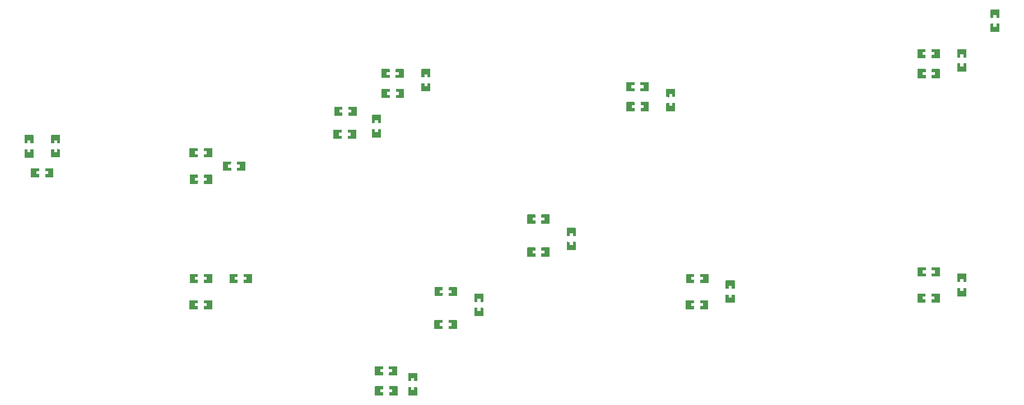
<source format=gbp>
G04 Layer: BottomPasteMaskLayer*
G04 EasyEDA v6.5.38, 2023-12-05 17:42:35*
G04 681b97978217455484aa44bc4d5c6028,9f3f2715377c499da2f37e4e16011465,10*
G04 Gerber Generator version 0.2*
G04 Scale: 100 percent, Rotated: No, Reflected: No *
G04 Dimensions in millimeters *
G04 leading zeros omitted , absolute positions ,4 integer and 5 decimal *
%FSLAX45Y45*%
%MOMM*%

%ADD10C,0.0001*%

%LPD*%
G36*
X3424986Y9957968D02*
G01*
X3424986Y9912959D01*
X3379978Y9912959D01*
X3379978Y9957003D01*
X3338017Y9957460D01*
X3332987Y9952482D01*
X3332987Y9837470D01*
X3338017Y9832492D01*
X3465982Y9832492D01*
X3471011Y9837470D01*
X3471011Y9952482D01*
X3465982Y9957460D01*
G37*
G36*
X3338017Y10172496D02*
G01*
X3332987Y10167467D01*
X3332987Y10052456D01*
X3338017Y10047478D01*
X3379978Y10047478D01*
X3379978Y10091978D01*
X3424986Y10091978D01*
X3424986Y10047986D01*
X3465982Y10047478D01*
X3471011Y10052456D01*
X3471011Y10167467D01*
X3465982Y10172496D01*
G37*
G36*
X5647486Y9970973D02*
G01*
X5642508Y9965994D01*
X5642000Y9924999D01*
X5687009Y9924999D01*
X5687009Y9879990D01*
X5642965Y9879990D01*
X5642508Y9837978D01*
X5647486Y9833000D01*
X5762498Y9833000D01*
X5767476Y9837978D01*
X5767476Y9965994D01*
X5762498Y9970973D01*
G37*
G36*
X5432501Y9970973D02*
G01*
X5427472Y9965994D01*
X5427472Y9837978D01*
X5432501Y9833000D01*
X5547512Y9833000D01*
X5552490Y9837978D01*
X5552490Y9879990D01*
X5507990Y9879990D01*
X5507990Y9924999D01*
X5551982Y9924999D01*
X5552490Y9965994D01*
X5547512Y9970973D01*
G37*
G36*
X5647486Y7671003D02*
G01*
X5642508Y7665974D01*
X5642000Y7624978D01*
X5687009Y7624978D01*
X5687009Y7579969D01*
X5642965Y7579969D01*
X5642508Y7538008D01*
X5647486Y7532979D01*
X5762498Y7532979D01*
X5767476Y7538008D01*
X5767476Y7665974D01*
X5762498Y7671003D01*
G37*
G36*
X5432501Y7671003D02*
G01*
X5427472Y7665974D01*
X5427472Y7538008D01*
X5432501Y7532979D01*
X5547512Y7532979D01*
X5552490Y7538008D01*
X5552490Y7579969D01*
X5507990Y7579969D01*
X5507990Y7624978D01*
X5551982Y7624978D01*
X5552490Y7665974D01*
X5547512Y7671003D01*
G37*
G36*
X7834122Y10599877D02*
G01*
X7829143Y10594848D01*
X7828635Y10553852D01*
X7873644Y10553852D01*
X7873644Y10508843D01*
X7829600Y10508843D01*
X7829143Y10466882D01*
X7834122Y10461853D01*
X7949133Y10461853D01*
X7954111Y10466882D01*
X7954111Y10594848D01*
X7949133Y10599877D01*
G37*
G36*
X7619136Y10599877D02*
G01*
X7614107Y10594848D01*
X7614107Y10466882D01*
X7619136Y10461853D01*
X7734147Y10461853D01*
X7739125Y10466882D01*
X7739125Y10508843D01*
X7694625Y10508843D01*
X7694625Y10553852D01*
X7738618Y10553852D01*
X7739125Y10594848D01*
X7734147Y10599877D01*
G37*
G36*
X11133988Y8767470D02*
G01*
X11128959Y8762492D01*
X11128959Y8647480D01*
X11133988Y8642502D01*
X11174984Y8641994D01*
X11174984Y8687003D01*
X11219992Y8687003D01*
X11219992Y8642959D01*
X11261953Y8642502D01*
X11266982Y8647480D01*
X11266982Y8762492D01*
X11261953Y8767470D01*
G37*
G36*
X11133988Y8552484D02*
G01*
X11128959Y8547506D01*
X11128959Y8432495D01*
X11133988Y8427466D01*
X11261953Y8427466D01*
X11266982Y8432495D01*
X11266982Y8547506D01*
X11261953Y8552484D01*
X11219992Y8552484D01*
X11219992Y8507984D01*
X11174984Y8507984D01*
X11174984Y8551976D01*
G37*
G36*
X8547506Y11170970D02*
G01*
X8542477Y11165992D01*
X8541969Y11124996D01*
X8586978Y11124996D01*
X8586978Y11079988D01*
X8542985Y11079988D01*
X8542477Y11037976D01*
X8547506Y11032998D01*
X8662466Y11032998D01*
X8667496Y11037976D01*
X8667496Y11165992D01*
X8662466Y11170970D01*
G37*
G36*
X8332470Y11170970D02*
G01*
X8327491Y11165992D01*
X8327491Y11037976D01*
X8332470Y11032998D01*
X8447481Y11032998D01*
X8452459Y11037976D01*
X8452459Y11079988D01*
X8408009Y11079988D01*
X8408009Y11124996D01*
X8452002Y11124996D01*
X8452459Y11165992D01*
X8447481Y11170970D01*
G37*
G36*
X3249980Y9668967D02*
G01*
X3245002Y9663988D01*
X3244494Y9622993D01*
X3289503Y9622993D01*
X3289503Y9577984D01*
X3245510Y9577984D01*
X3245002Y9535972D01*
X3249980Y9530994D01*
X3364992Y9530994D01*
X3369970Y9535972D01*
X3369970Y9663988D01*
X3364992Y9668967D01*
G37*
G36*
X3034995Y9668967D02*
G01*
X3030016Y9663988D01*
X3030016Y9535972D01*
X3034995Y9530994D01*
X3150006Y9530994D01*
X3154984Y9535972D01*
X3154984Y9577984D01*
X3110484Y9577984D01*
X3110484Y9622993D01*
X3154476Y9622993D01*
X3154984Y9663988D01*
X3150006Y9668967D01*
G37*
G36*
X6150000Y9768992D02*
G01*
X6144971Y9763963D01*
X6144463Y9722967D01*
X6189472Y9722967D01*
X6189472Y9677958D01*
X6145479Y9677958D01*
X6144971Y9635998D01*
X6150000Y9630968D01*
X6265011Y9630968D01*
X6269990Y9635998D01*
X6269990Y9763963D01*
X6265011Y9768992D01*
G37*
G36*
X5935014Y9768992D02*
G01*
X5929985Y9763963D01*
X5929985Y9635998D01*
X5935014Y9630968D01*
X6049975Y9630968D01*
X6055004Y9635998D01*
X6055004Y9677958D01*
X6010503Y9677958D01*
X6010503Y9722967D01*
X6054496Y9722967D01*
X6055004Y9763963D01*
X6049975Y9768992D01*
G37*
G36*
X6249974Y8068970D02*
G01*
X6244996Y8063992D01*
X6244488Y8022996D01*
X6289497Y8022996D01*
X6289497Y7977987D01*
X6245504Y7977987D01*
X6244996Y7935975D01*
X6249974Y7930997D01*
X6364986Y7930997D01*
X6370015Y7935975D01*
X6370015Y8063992D01*
X6364986Y8068970D01*
G37*
G36*
X6034989Y8068970D02*
G01*
X6030010Y8063992D01*
X6030010Y7935975D01*
X6034989Y7930997D01*
X6150000Y7930997D01*
X6154978Y7935975D01*
X6154978Y7977987D01*
X6110478Y7977987D01*
X6110478Y8022996D01*
X6154470Y8022996D01*
X6154978Y8063992D01*
X6150000Y8068970D01*
G37*
G36*
X8188756Y10475163D02*
G01*
X8183778Y10470134D01*
X8183778Y10355173D01*
X8188756Y10350144D01*
X8229752Y10349636D01*
X8229752Y10394645D01*
X8274761Y10394645D01*
X8274761Y10350652D01*
X8316772Y10350144D01*
X8321751Y10355173D01*
X8321751Y10470134D01*
X8316772Y10475163D01*
G37*
G36*
X8188756Y10260177D02*
G01*
X8183778Y10255148D01*
X8183778Y10140137D01*
X8188756Y10135158D01*
X8316772Y10135158D01*
X8321751Y10140137D01*
X8321751Y10255148D01*
X8316772Y10260177D01*
X8274761Y10260126D01*
X8274761Y10215626D01*
X8229752Y10215626D01*
X8229752Y10259669D01*
G37*
G36*
X10749991Y8968994D02*
G01*
X10744962Y8963964D01*
X10744454Y8922969D01*
X10789462Y8922969D01*
X10789462Y8877960D01*
X10745470Y8877960D01*
X10744962Y8835999D01*
X10749991Y8830970D01*
X10865002Y8830970D01*
X10869980Y8835999D01*
X10869980Y8963964D01*
X10865002Y8968994D01*
G37*
G36*
X10534954Y8968994D02*
G01*
X10529976Y8963964D01*
X10529976Y8835999D01*
X10534954Y8830970D01*
X10649966Y8830970D01*
X10654995Y8835999D01*
X10654995Y8877960D01*
X10610494Y8877960D01*
X10610494Y8922969D01*
X10654487Y8922969D01*
X10654995Y8963964D01*
X10649966Y8968994D01*
G37*
G36*
X8935974Y11169954D02*
G01*
X8930995Y11164976D01*
X8930995Y11049965D01*
X8935974Y11044986D01*
X8976969Y11044478D01*
X8976969Y11089487D01*
X9021978Y11089487D01*
X9021978Y11045494D01*
X9063990Y11044986D01*
X9068968Y11049965D01*
X9068968Y11164976D01*
X9063990Y11169954D01*
G37*
G36*
X8935974Y10954969D02*
G01*
X8930995Y10949990D01*
X8930995Y10834979D01*
X8935974Y10830001D01*
X9063990Y10830001D01*
X9068968Y10834979D01*
X9068968Y10949990D01*
X9063990Y10954969D01*
X9021978Y10954969D01*
X9021978Y10910468D01*
X8976969Y10910468D01*
X8976969Y10954461D01*
G37*
G36*
X9347454Y7370978D02*
G01*
X9342475Y7365949D01*
X9341967Y7324953D01*
X9386976Y7324953D01*
X9386976Y7279944D01*
X9342932Y7279944D01*
X9342475Y7237984D01*
X9347454Y7232954D01*
X9462465Y7232954D01*
X9467443Y7237984D01*
X9467443Y7365949D01*
X9462465Y7370978D01*
G37*
G36*
X9132468Y7370978D02*
G01*
X9127439Y7365949D01*
X9127439Y7237984D01*
X9132468Y7232954D01*
X9247479Y7232954D01*
X9252458Y7237984D01*
X9252458Y7279944D01*
X9207957Y7279944D01*
X9207957Y7324953D01*
X9251950Y7324953D01*
X9252458Y7365949D01*
X9247479Y7370978D01*
G37*
G36*
X12247372Y10970920D02*
G01*
X12242393Y10965891D01*
X12241885Y10924895D01*
X12286894Y10924895D01*
X12286894Y10879886D01*
X12242850Y10879886D01*
X12242393Y10837926D01*
X12247372Y10832896D01*
X12362383Y10832896D01*
X12367361Y10837926D01*
X12367361Y10965891D01*
X12362383Y10970920D01*
G37*
G36*
X12032386Y10970920D02*
G01*
X12027357Y10965891D01*
X12027357Y10837926D01*
X12032386Y10832896D01*
X12147397Y10832896D01*
X12152376Y10837926D01*
X12152376Y10879886D01*
X12107875Y10879886D01*
X12107875Y10924895D01*
X12151868Y10924895D01*
X12152376Y10965891D01*
X12147397Y10970920D01*
G37*
G36*
X13147548Y7670952D02*
G01*
X13142569Y7665923D01*
X13142061Y7624927D01*
X13187070Y7624927D01*
X13187070Y7579918D01*
X13143026Y7579918D01*
X13142569Y7537958D01*
X13147548Y7532928D01*
X13262559Y7532928D01*
X13267537Y7537958D01*
X13267537Y7665923D01*
X13262559Y7670952D01*
G37*
G36*
X12932562Y7670952D02*
G01*
X12927533Y7665923D01*
X12927533Y7537958D01*
X12932562Y7532928D01*
X13047573Y7532928D01*
X13052552Y7537958D01*
X13052552Y7579918D01*
X13008051Y7579918D01*
X13008051Y7624927D01*
X13052044Y7624927D01*
X13052552Y7665923D01*
X13047573Y7670952D01*
G37*
G36*
X16647413Y11471046D02*
G01*
X16642435Y11466017D01*
X16641927Y11425021D01*
X16686936Y11425021D01*
X16686936Y11380012D01*
X16642892Y11380012D01*
X16642435Y11338052D01*
X16647413Y11333022D01*
X16762425Y11333022D01*
X16767403Y11338052D01*
X16767403Y11466017D01*
X16762425Y11471046D01*
G37*
G36*
X16432428Y11471046D02*
G01*
X16427399Y11466017D01*
X16427399Y11338052D01*
X16432428Y11333022D01*
X16547439Y11333022D01*
X16552418Y11338052D01*
X16552418Y11380012D01*
X16507917Y11380012D01*
X16507917Y11425021D01*
X16551910Y11425021D01*
X16552418Y11466017D01*
X16547439Y11471046D01*
G37*
G36*
X16647413Y7771028D02*
G01*
X16642435Y7765999D01*
X16641927Y7725003D01*
X16686936Y7725003D01*
X16686936Y7679994D01*
X16642892Y7679994D01*
X16642435Y7638034D01*
X16647413Y7633004D01*
X16762425Y7633004D01*
X16767403Y7638034D01*
X16767403Y7765999D01*
X16762425Y7771028D01*
G37*
G36*
X16432428Y7771028D02*
G01*
X16427399Y7765999D01*
X16427399Y7638034D01*
X16432428Y7633004D01*
X16547439Y7633004D01*
X16552418Y7638034D01*
X16552418Y7679994D01*
X16507917Y7679994D01*
X16507917Y7725003D01*
X16551910Y7725003D01*
X16552418Y7765999D01*
X16547439Y7771028D01*
G37*
G36*
X8447532Y6670954D02*
G01*
X8442553Y6665925D01*
X8442045Y6624929D01*
X8487054Y6624929D01*
X8487054Y6579920D01*
X8443010Y6579920D01*
X8442553Y6537959D01*
X8447532Y6532930D01*
X8562543Y6532930D01*
X8567521Y6537959D01*
X8567521Y6665925D01*
X8562543Y6670954D01*
G37*
G36*
X8232546Y6670954D02*
G01*
X8227517Y6665925D01*
X8227517Y6537959D01*
X8232546Y6532930D01*
X8347557Y6532930D01*
X8352536Y6537959D01*
X8352536Y6579920D01*
X8308035Y6579920D01*
X8308035Y6624929D01*
X8352028Y6624929D01*
X8352536Y6665925D01*
X8347557Y6670954D01*
G37*
G36*
X9823094Y7555433D02*
G01*
X9823094Y7510424D01*
X9778085Y7510424D01*
X9778085Y7554417D01*
X9736074Y7554925D01*
X9731095Y7549946D01*
X9731095Y7434935D01*
X9736074Y7429906D01*
X9864090Y7429906D01*
X9869068Y7434935D01*
X9869068Y7549946D01*
X9864090Y7554925D01*
G37*
G36*
X9736074Y7769910D02*
G01*
X9731095Y7764932D01*
X9731095Y7649921D01*
X9736074Y7644942D01*
X9778085Y7644942D01*
X9778085Y7689443D01*
X9823094Y7689443D01*
X9823094Y7645450D01*
X9864090Y7644942D01*
X9869068Y7649921D01*
X9869068Y7764932D01*
X9864090Y7769910D01*
G37*
G36*
X12635992Y10870031D02*
G01*
X12631013Y10865002D01*
X12631013Y10749991D01*
X12635992Y10745012D01*
X12676987Y10744504D01*
X12676987Y10789513D01*
X12721996Y10789513D01*
X12721996Y10745520D01*
X12764008Y10745012D01*
X12768986Y10749991D01*
X12768986Y10865002D01*
X12764008Y10870031D01*
G37*
G36*
X12635992Y10654995D02*
G01*
X12631013Y10650016D01*
X12631013Y10535005D01*
X12635992Y10530027D01*
X12764008Y10530027D01*
X12768986Y10535005D01*
X12768986Y10650016D01*
X12764008Y10654995D01*
X12721996Y10654995D01*
X12721996Y10610494D01*
X12676987Y10610494D01*
X12676987Y10654487D01*
G37*
G36*
X13622934Y7755585D02*
G01*
X13622934Y7710576D01*
X13577925Y7710576D01*
X13577925Y7754569D01*
X13535913Y7755077D01*
X13530935Y7750098D01*
X13530935Y7635087D01*
X13535913Y7630058D01*
X13663930Y7630058D01*
X13668908Y7635087D01*
X13668908Y7750098D01*
X13663930Y7755077D01*
G37*
G36*
X13535913Y7970062D02*
G01*
X13530935Y7965084D01*
X13530935Y7850073D01*
X13535913Y7845094D01*
X13577925Y7845094D01*
X13577925Y7889595D01*
X13622934Y7889595D01*
X13622934Y7845602D01*
X13663930Y7845094D01*
X13668908Y7850073D01*
X13668908Y7965084D01*
X13663930Y7970062D01*
G37*
G36*
X17036034Y11469928D02*
G01*
X17031055Y11464950D01*
X17031055Y11349939D01*
X17036034Y11344960D01*
X17077029Y11344452D01*
X17077029Y11389461D01*
X17122038Y11389461D01*
X17122038Y11345468D01*
X17164050Y11344960D01*
X17169028Y11349939D01*
X17169028Y11464950D01*
X17164050Y11469928D01*
G37*
G36*
X17036034Y11254943D02*
G01*
X17031055Y11249964D01*
X17031055Y11134953D01*
X17036034Y11129975D01*
X17164050Y11129975D01*
X17169028Y11134953D01*
X17169028Y11249964D01*
X17164050Y11254943D01*
X17122038Y11254943D01*
X17122038Y11210442D01*
X17077029Y11210442D01*
X17077029Y11254435D01*
G37*
G36*
X17123054Y7855407D02*
G01*
X17123054Y7810398D01*
X17078045Y7810398D01*
X17078045Y7854391D01*
X17036034Y7854899D01*
X17031055Y7849920D01*
X17031055Y7734909D01*
X17036034Y7729931D01*
X17164050Y7729931D01*
X17169028Y7734909D01*
X17169028Y7849920D01*
X17164050Y7854899D01*
G37*
G36*
X17036034Y8069884D02*
G01*
X17031055Y8064906D01*
X17031055Y7949895D01*
X17036034Y7944916D01*
X17078045Y7944916D01*
X17078045Y7989417D01*
X17123054Y7989417D01*
X17123054Y7945424D01*
X17164050Y7944916D01*
X17169028Y7949895D01*
X17169028Y8064906D01*
X17164050Y8069884D01*
G37*
G36*
X8736076Y6570065D02*
G01*
X8731097Y6565036D01*
X8731097Y6450025D01*
X8736076Y6445046D01*
X8777071Y6444538D01*
X8777071Y6489547D01*
X8822080Y6489547D01*
X8822080Y6445554D01*
X8864092Y6445046D01*
X8869070Y6450025D01*
X8869070Y6565036D01*
X8864092Y6570065D01*
G37*
G36*
X8736076Y6355029D02*
G01*
X8731097Y6350050D01*
X8731097Y6235039D01*
X8736076Y6230061D01*
X8864092Y6230061D01*
X8869070Y6235039D01*
X8869070Y6350050D01*
X8864092Y6355029D01*
X8822080Y6355029D01*
X8822080Y6310528D01*
X8777071Y6310528D01*
X8777071Y6354521D01*
G37*
G36*
X2935986Y10170007D02*
G01*
X2931007Y10164978D01*
X2931007Y10049967D01*
X2935986Y10044988D01*
X2976981Y10044480D01*
X2976981Y10089489D01*
X3021990Y10089489D01*
X3021990Y10045496D01*
X3064002Y10044988D01*
X3068980Y10049967D01*
X3068980Y10164978D01*
X3064002Y10170007D01*
G37*
G36*
X2935986Y9954971D02*
G01*
X2931007Y9949992D01*
X2931007Y9834981D01*
X2935986Y9830003D01*
X3064002Y9830003D01*
X3068980Y9834981D01*
X3068980Y9949992D01*
X3064002Y9954971D01*
X3021990Y9954971D01*
X3021990Y9910470D01*
X2976981Y9910470D01*
X2976981Y9954463D01*
G37*
G36*
X5434990Y9568992D02*
G01*
X5430012Y9563963D01*
X5430012Y9435998D01*
X5434990Y9430969D01*
X5550001Y9430969D01*
X5554980Y9435998D01*
X5555488Y9476994D01*
X5510479Y9476994D01*
X5510479Y9522002D01*
X5554472Y9522002D01*
X5554980Y9563963D01*
X5550001Y9568992D01*
G37*
G36*
X5649976Y9568992D02*
G01*
X5644997Y9563963D01*
X5644997Y9522002D01*
X5689498Y9522002D01*
X5689498Y9476994D01*
X5645505Y9476994D01*
X5644997Y9435998D01*
X5649976Y9430969D01*
X5764987Y9430969D01*
X5769965Y9435998D01*
X5769965Y9563963D01*
X5764987Y9568992D01*
G37*
G36*
X5434939Y8068970D02*
G01*
X5429961Y8063992D01*
X5429961Y7935975D01*
X5434939Y7930997D01*
X5549950Y7930997D01*
X5554929Y7935975D01*
X5555437Y7976971D01*
X5510428Y7976971D01*
X5510428Y8021980D01*
X5554421Y8021980D01*
X5554929Y8063992D01*
X5549950Y8068970D01*
G37*
G36*
X5649925Y8068970D02*
G01*
X5644946Y8063992D01*
X5644946Y8021980D01*
X5689447Y8021980D01*
X5689447Y7976971D01*
X5645454Y7976971D01*
X5644946Y7935975D01*
X5649925Y7930997D01*
X5764936Y7930997D01*
X5769914Y7935975D01*
X5769914Y8063992D01*
X5764936Y8068970D01*
G37*
G36*
X7608163Y10252100D02*
G01*
X7603185Y10247122D01*
X7603185Y10119106D01*
X7608163Y10114127D01*
X7723174Y10114127D01*
X7728153Y10119106D01*
X7728661Y10160101D01*
X7683652Y10160101D01*
X7683652Y10205110D01*
X7727645Y10205110D01*
X7728153Y10247122D01*
X7723174Y10252100D01*
G37*
G36*
X7823149Y10252100D02*
G01*
X7818170Y10247122D01*
X7818170Y10205110D01*
X7862671Y10205110D01*
X7862671Y10160101D01*
X7818678Y10160101D01*
X7818170Y10119106D01*
X7823149Y10114127D01*
X7938160Y10114127D01*
X7943138Y10119106D01*
X7943138Y10247122D01*
X7938160Y10252100D01*
G37*
G36*
X10749991Y8469020D02*
G01*
X10745012Y8464042D01*
X10744504Y8423046D01*
X10789513Y8423046D01*
X10789513Y8378037D01*
X10745520Y8378037D01*
X10745012Y8336025D01*
X10749991Y8331047D01*
X10865002Y8331047D01*
X10870031Y8336025D01*
X10870031Y8464042D01*
X10865002Y8469020D01*
G37*
G36*
X10535005Y8469020D02*
G01*
X10530027Y8464042D01*
X10530027Y8336025D01*
X10535005Y8331047D01*
X10650016Y8331047D01*
X10654995Y8336025D01*
X10654995Y8378037D01*
X10610494Y8378037D01*
X10610494Y8423046D01*
X10654487Y8423046D01*
X10654995Y8464042D01*
X10650016Y8469020D01*
G37*
G36*
X8335111Y10869066D02*
G01*
X8330133Y10864088D01*
X8330133Y10736072D01*
X8335111Y10731093D01*
X8450122Y10731093D01*
X8455101Y10736072D01*
X8455609Y10777067D01*
X8410600Y10777067D01*
X8410600Y10822076D01*
X8454593Y10822076D01*
X8455101Y10864088D01*
X8450122Y10869066D01*
G37*
G36*
X8550097Y10869066D02*
G01*
X8545118Y10864088D01*
X8545118Y10822076D01*
X8589619Y10822076D01*
X8589619Y10777067D01*
X8545626Y10777067D01*
X8545118Y10736072D01*
X8550097Y10731093D01*
X8665108Y10731093D01*
X8670086Y10736072D01*
X8670086Y10864088D01*
X8665108Y10869066D01*
G37*
G36*
X9134957Y7869072D02*
G01*
X9129979Y7864094D01*
X9129979Y7736078D01*
X9134957Y7731099D01*
X9249968Y7731099D01*
X9254947Y7736078D01*
X9255455Y7777073D01*
X9210446Y7777073D01*
X9210446Y7822082D01*
X9254439Y7822082D01*
X9254947Y7864094D01*
X9249968Y7869072D01*
G37*
G36*
X9349943Y7869072D02*
G01*
X9344964Y7864094D01*
X9344964Y7822082D01*
X9389465Y7822082D01*
X9389465Y7777073D01*
X9345472Y7777073D01*
X9344964Y7736078D01*
X9349943Y7731099D01*
X9464954Y7731099D01*
X9469932Y7736078D01*
X9469932Y7864094D01*
X9464954Y7869072D01*
G37*
G36*
X12034875Y10668914D02*
G01*
X12029897Y10663936D01*
X12029897Y10535920D01*
X12034875Y10530941D01*
X12149886Y10530941D01*
X12154865Y10535920D01*
X12155373Y10576915D01*
X12110364Y10576915D01*
X12110364Y10621924D01*
X12154357Y10621924D01*
X12154865Y10663936D01*
X12149886Y10668914D01*
G37*
G36*
X12249861Y10668914D02*
G01*
X12244882Y10663936D01*
X12244882Y10621924D01*
X12289383Y10621924D01*
X12289383Y10576915D01*
X12245390Y10576915D01*
X12244882Y10535920D01*
X12249861Y10530941D01*
X12364872Y10530941D01*
X12369850Y10535920D01*
X12369850Y10663936D01*
X12364872Y10668914D01*
G37*
G36*
X12935051Y8068970D02*
G01*
X12930022Y8063992D01*
X12930022Y7935975D01*
X12935051Y7930997D01*
X13050062Y7930997D01*
X13055041Y7935975D01*
X13055549Y7976971D01*
X13010540Y7976971D01*
X13010540Y8021980D01*
X13054533Y8021980D01*
X13055041Y8063992D01*
X13050062Y8068970D01*
G37*
G36*
X13150037Y8068970D02*
G01*
X13145058Y8063992D01*
X13145058Y8021980D01*
X13189559Y8021980D01*
X13189559Y7976971D01*
X13145566Y7976971D01*
X13145058Y7935975D01*
X13150037Y7930997D01*
X13265048Y7930997D01*
X13270026Y7935975D01*
X13270026Y8063992D01*
X13265048Y8068970D01*
G37*
G36*
X16434917Y11169040D02*
G01*
X16429888Y11164062D01*
X16429888Y11036046D01*
X16434917Y11031067D01*
X16549928Y11031067D01*
X16554907Y11036046D01*
X16555415Y11077041D01*
X16510406Y11077041D01*
X16510406Y11122050D01*
X16554399Y11122050D01*
X16554907Y11164062D01*
X16549928Y11169040D01*
G37*
G36*
X16649903Y11169040D02*
G01*
X16644924Y11164062D01*
X16644924Y11122050D01*
X16689425Y11122050D01*
X16689425Y11077041D01*
X16645432Y11077041D01*
X16644924Y11036046D01*
X16649903Y11031067D01*
X16764914Y11031067D01*
X16769892Y11036046D01*
X16769892Y11164062D01*
X16764914Y11169040D01*
G37*
G36*
X16434917Y8169046D02*
G01*
X16429888Y8164068D01*
X16429888Y8036052D01*
X16434917Y8031073D01*
X16549928Y8031073D01*
X16554907Y8036052D01*
X16555415Y8077047D01*
X16510406Y8077047D01*
X16510406Y8122056D01*
X16554399Y8122056D01*
X16554907Y8164068D01*
X16549928Y8169046D01*
G37*
G36*
X16649903Y8169046D02*
G01*
X16644924Y8164068D01*
X16644924Y8122056D01*
X16689425Y8122056D01*
X16689425Y8077047D01*
X16645432Y8077047D01*
X16644924Y8036052D01*
X16649903Y8031073D01*
X16764914Y8031073D01*
X16769892Y8036052D01*
X16769892Y8164068D01*
X16764914Y8169046D01*
G37*
G36*
X8235035Y6368948D02*
G01*
X8230006Y6363970D01*
X8230006Y6235954D01*
X8235035Y6230975D01*
X8350046Y6230975D01*
X8355025Y6235954D01*
X8355533Y6276949D01*
X8310524Y6276949D01*
X8310524Y6321958D01*
X8354517Y6321958D01*
X8355025Y6363970D01*
X8350046Y6368948D01*
G37*
G36*
X8450021Y6368948D02*
G01*
X8445042Y6363970D01*
X8445042Y6321958D01*
X8489543Y6321958D01*
X8489543Y6276949D01*
X8445550Y6276949D01*
X8445042Y6235954D01*
X8450021Y6230975D01*
X8565032Y6230975D01*
X8570010Y6235954D01*
X8570010Y6363970D01*
X8565032Y6368948D01*
G37*
G36*
X17622926Y11855399D02*
G01*
X17622926Y11810390D01*
X17577917Y11810390D01*
X17577917Y11854383D01*
X17535906Y11854891D01*
X17530927Y11849912D01*
X17530927Y11734901D01*
X17535906Y11729872D01*
X17663922Y11729872D01*
X17668900Y11734901D01*
X17668900Y11849912D01*
X17663922Y11854891D01*
G37*
G36*
X17535906Y12069876D02*
G01*
X17530927Y12064898D01*
X17530927Y11949887D01*
X17535906Y11944908D01*
X17577917Y11944908D01*
X17577917Y11989409D01*
X17622926Y11989409D01*
X17622926Y11945416D01*
X17663922Y11944908D01*
X17668900Y11949887D01*
X17668900Y12064898D01*
X17663922Y12069876D01*
G37*
M02*

</source>
